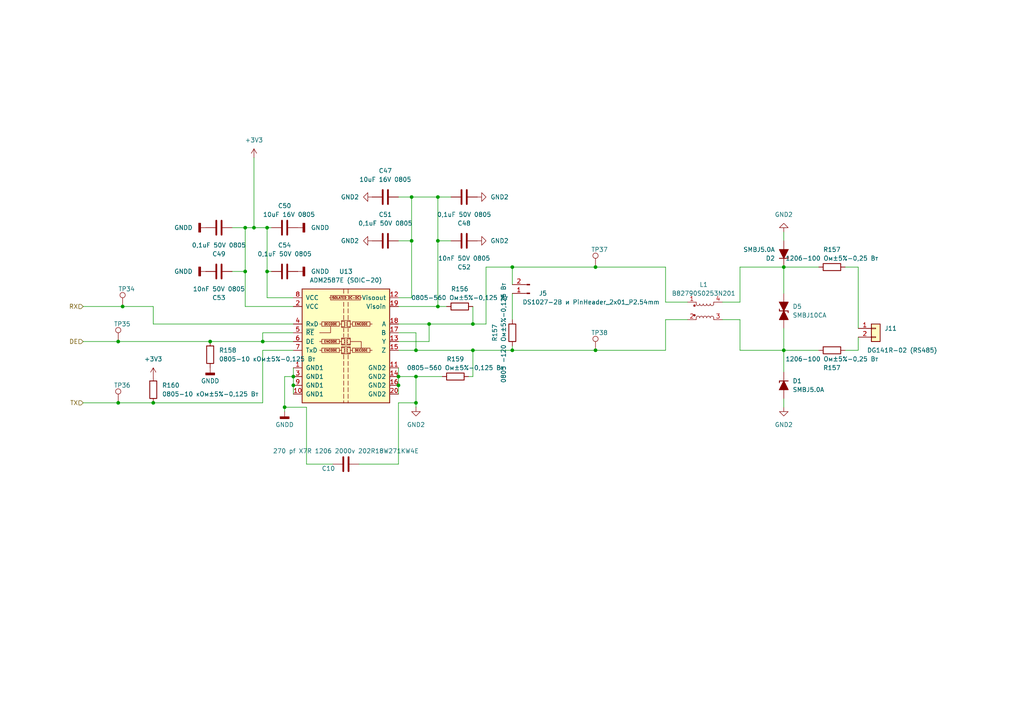
<source format=kicad_sch>
(kicad_sch (version 20231120) (generator "eeschema") (generator_version "8.0")
  (paper "A4")
  (lib_symbols
    (symbol "Connector:Conn_01x02_Pin" (pin_names (offset 1.016) hide)
      (property "Reference" "J" (at 0 2.54 0))
      (property "Value" "Conn_01x02_Pin" (at 0 -5.08 0))
      (symbol "Conn_01x02_Pin_1_1"
        (polyline (pts (xy 1.27 -2.54) (xy 0.8636 -2.54)) (stroke (width 0.1524)))
        (polyline (pts (xy 1.27 0) (xy 0.8636 0)) (stroke (width 0.1524)))
        (rectangle (start 0.8636 -2.413) (end 0 -2.667) (stroke (width 0.1524)) (fill (type outline)))
        (rectangle (start 0.8636 0.127) (end 0 -0.127) (stroke (width 0.1524)) (fill (type outline)))
        (pin passive line (at 5.08 0 180) (length 3.81) (name "Pin_1") (number "1"))
        (pin passive line (at 5.08 -2.54 180) (length 3.81) (name "Pin_2") (number "2"))
      )
    )
    (symbol "Connector:TestPoint" (pin_numbers hide) (pin_names (offset 0.762) hide)
      (property "Reference" "TP" (at 0 6.858 0))
      (property "Value" "TestPoint" (at 0 5.08 0))
      (symbol "TestPoint_0_1"
        (circle (center 0 3.302) (radius 0.762))
      )
      (symbol "TestPoint_1_1"
        (pin passive line (at 0 0 90) (length 2.54) (name "1") (number "1"))
      )
    )
    (symbol "Connector_Generic:Conn_01x02" (pin_names (offset 1.016) hide)
      (property "Reference" "J" (at 0 2.54 0))
      (property "Value" "Conn_01x02" (at 0 -5.08 0))
      (symbol "Conn_01x02_1_1"
        (rectangle (start -1.27 -2.413) (end 0 -2.667) (stroke (width 0.1524)))
        (rectangle (start -1.27 0.127) (end 0 -0.127) (stroke (width 0.1524)))
        (rectangle (start -1.27 1.27) (end 1.27 -3.81) (stroke (width 0.254)) (fill (type background)))
        (pin passive line (at -5.08 0 0) (length 3.81) (name "Pin_1") (number "1"))
        (pin passive line (at -5.08 -2.54 0) (length 3.81) (name "Pin_2") (number "2"))
      )
    )
    (symbol "Device:C" (pin_numbers hide) (pin_names (offset 0.254))
      (property "Reference" "C" (at 0.635 2.54 0))
      (property "Value" "C" (at 0.635 -2.54 0))
      (symbol "C_0_1"
        (polyline (pts (xy -2.032 -0.762) (xy 2.032 -0.762)) (stroke (width 0.508)))
        (polyline (pts (xy -2.032 0.762) (xy 2.032 0.762)) (stroke (width 0.508)))
      )
      (symbol "C_1_1"
        (pin passive line (at 0 3.81 270) (length 2.794) (name "~") (number "1"))
        (pin passive line (at 0 -3.81 90) (length 2.794) (name "~") (number "2"))
      )
    )
    (symbol "Device:L_Coupled_1423" (pin_names (offset 0.254) hide)
      (property "Reference" "L" (at 0 4.445 0))
      (property "Value" "L_Coupled_1423" (at 0 -4.445 0))
      (symbol "L_Coupled_1423_0_1"
        (circle (center -3.048 -1.27) (radius 0.254) (fill (type outline)))
        (circle (center -3.048 1.524) (radius 0.254) (fill (type outline)))
        (arc (start -2.54 2.032) (mid -2.032 1.5262) (end -1.524 2.032))
        (arc (start -1.524 -2.032) (mid -2.032 -1.5262) (end -2.54 -2.032))
        (arc (start -1.524 2.032) (mid -1.016 1.5262) (end -0.508 2.032))
        (arc (start -0.508 -2.032) (mid -1.016 -1.5262) (end -1.524 -2.032))
        (arc (start -0.508 2.032) (mid 0 1.5262) (end 0.508 2.032))
        (polyline (pts (xy -2.54 -2.032) (xy -2.54 -2.54)))
        (polyline (pts (xy -2.54 2.032) (xy -2.54 2.54)))
        (polyline (pts (xy 2.54 -2.032) (xy 2.54 -2.54)))
        (polyline (pts (xy 2.54 2.54) (xy 2.54 2.032)))
        (arc (start 0.508 -2.032) (mid 0 -1.5262) (end -0.508 -2.032))
        (arc (start 0.508 2.032) (mid 1.016 1.5262) (end 1.524 2.032))
        (arc (start 1.524 -2.032) (mid 1.016 -1.5262) (end 0.508 -2.032))
        (arc (start 1.524 2.032) (mid 2.032 1.5262) (end 2.54 2.032))
        (arc (start 2.54 -2.032) (mid 2.032 -1.5262) (end 1.524 -2.032))
      )
      (symbol "L_Coupled_1423_1_1"
        (pin passive line (at -5.08 2.54 0) (length 2.54) (name "1") (number "1"))
        (pin passive line (at -5.08 -2.54 0) (length 2.54) (name "2") (number "2"))
        (pin passive line (at 5.08 -2.54 180) (length 2.54) (name "3") (number "3"))
        (pin passive line (at 5.08 2.54 180) (length 2.54) (name "4") (number "4"))
      )
    )
    (symbol "Device:R" (pin_numbers hide) (pin_names (offset 0))
      (property "Reference" "R" (at 2.032 0 90))
      (property "Value" "R" (at 0 0 90))
      (symbol "R_0_1"
        (rectangle (start -1.016 -2.54) (end 1.016 2.54) (stroke (width 0.254)))
      )
      (symbol "R_1_1"
        (pin passive line (at 0 3.81 270) (length 1.27) (name "~") (number "1"))
        (pin passive line (at 0 -3.81 90) (length 1.27) (name "~") (number "2"))
      )
    )
    (symbol "Interface_UART:ADM2587E" (pin_names (offset 1.016))
      (property "Reference" "U" (at 0 21.59 0))
      (property "Value" "ADM2587E" (at 0 19.05 0))
      (symbol "ADM2587E_0_0"
        (rectangle (start -1.905 0.635) (end -6.985 -0.635))
        (rectangle (start -1.27 1.016) (end 1.27 -1.016))
        (rectangle (start -1.27 3.556) (end 1.27 1.524))
        (rectangle (start -1.27 8.636) (end 1.27 6.604))
        (arc (start -0.508 -0.762) (mid -0.2551 -0.508) (end -0.508 -0.254))
        (arc (start -0.508 -0.254) (mid -0.2551 0) (end -0.508 0.254))
        (arc (start -0.508 0.254) (mid -0.2551 0.508) (end -0.508 0.762))
        (arc (start -0.508 1.778) (mid -0.2551 2.032) (end -0.508 2.286))
        (arc (start -0.508 2.286) (mid -0.2551 2.54) (end -0.508 2.794))
        (arc (start -0.508 2.794) (mid -0.2551 3.048) (end -0.508 3.302))
        (arc (start -0.508 6.858) (mid -0.2551 7.112) (end -0.508 7.366))
        (arc (start -0.508 7.366) (mid -0.2551 7.62) (end -0.508 7.874))
        (arc (start -0.508 7.874) (mid -0.2551 8.128) (end -0.508 8.382))
        (polyline (pts (xy -6.985 0) (xy -7.62 0)))
        (polyline (pts (xy -6.985 2.54) (xy -7.62 2.54)))
        (polyline (pts (xy -6.985 7.62) (xy -7.62 7.62)))
        (polyline (pts (xy -4.445 14.605) (xy 4.191 14.605)))
        (polyline (pts (xy -4.445 15.24) (xy -4.826 15.24)))
        (polyline (pts (xy -4.445 15.875) (xy -4.445 14.605)))
        (polyline (pts (xy -1.905 0) (xy -1.27 0)))
        (polyline (pts (xy -1.905 2.54) (xy -1.27 2.54)))
        (polyline (pts (xy -1.905 7.62) (xy -1.27 7.62)))
        (polyline (pts (xy -1.27 -0.762) (xy -0.508 -0.762)))
        (polyline (pts (xy -1.27 0.762) (xy -0.508 0.762)))
        (polyline (pts (xy -1.27 1.778) (xy -0.508 1.778)))
        (polyline (pts (xy -1.27 3.302) (xy -0.508 3.302)))
        (polyline (pts (xy -1.27 6.858) (xy -0.508 6.858)))
        (polyline (pts (xy -1.27 8.382) (xy -0.508 8.382)))
        (polyline (pts (xy -0.635 -14.605) (xy -0.635 -15.24)))
        (polyline (pts (xy -0.635 -12.7) (xy -0.635 -13.97)))
        (polyline (pts (xy -0.635 -10.795) (xy -0.635 -12.065)))
        (polyline (pts (xy -0.635 -8.89) (xy -0.635 -10.16)))
        (polyline (pts (xy -0.635 -6.985) (xy -0.635 -8.255)))
        (polyline (pts (xy -0.635 -5.08) (xy -0.635 -6.35)))
        (polyline (pts (xy -0.635 -3.175) (xy -0.635 -4.445)))
        (polyline (pts (xy -0.635 -1.27) (xy -0.635 -2.54)))
        (polyline (pts (xy -0.635 4.826) (xy -0.635 3.81)))
        (polyline (pts (xy -0.635 6.35) (xy -0.635 5.334)))
        (polyline (pts (xy -0.635 8.89) (xy -0.635 10.16)))
        (polyline (pts (xy -0.635 10.795) (xy -0.635 12.065)))
        (polyline (pts (xy -0.635 12.7) (xy -0.635 13.97)))
        (polyline (pts (xy -0.635 17.78) (xy -0.635 16.51)))
        (polyline (pts (xy 0.635 -14.605) (xy 0.635 -15.24)))
        (polyline (pts (xy 0.635 -12.7) (xy 0.635 -13.97)))
        (polyline (pts (xy 0.635 -10.795) (xy 0.635 -12.065)))
        (polyline (pts (xy 0.635 -8.89) (xy 0.635 -10.16)))
        (polyline (pts (xy 0.635 -6.985) (xy 0.635 -8.255)))
        (polyline (pts (xy 0.635 -5.08) (xy 0.635 -6.35)))
        (polyline (pts (xy 0.635 -3.175) (xy 0.635 -4.445)))
        (polyline (pts (xy 0.635 -1.27) (xy 0.635 -2.54)))
        (polyline (pts (xy 0.635 3.81) (xy 0.635 4.826)))
        (polyline (pts (xy 0.635 6.35) (xy 0.635 5.334)))
        (polyline (pts (xy 0.635 8.89) (xy 0.635 10.16)))
        (polyline (pts (xy 0.635 12.065) (xy 0.635 10.795)))
        (polyline (pts (xy 0.635 13.97) (xy 0.635 12.7)))
        (polyline (pts (xy 0.635 17.78) (xy 0.635 16.51)))
        (polyline (pts (xy 1.27 -0.762) (xy 0.508 -0.762)))
        (polyline (pts (xy 1.27 0.762) (xy 0.508 0.762)))
        (polyline (pts (xy 1.27 1.778) (xy 0.508 1.778)))
        (polyline (pts (xy 1.27 3.302) (xy 0.508 3.302)))
        (polyline (pts (xy 1.27 6.858) (xy 0.508 6.858)))
        (polyline (pts (xy 1.27 8.382) (xy 0.508 8.382)))
        (polyline (pts (xy 1.905 0) (xy 1.27 0)))
        (polyline (pts (xy 1.905 7.62) (xy 1.27 7.62)))
        (polyline (pts (xy 4.191 15.24) (xy 4.572 15.24)))
        (polyline (pts (xy 4.191 15.875) (xy -4.445 15.875)))
        (polyline (pts (xy 4.191 15.875) (xy 4.191 14.605)))
        (polyline (pts (xy 6.985 0) (xy 7.62 0)))
        (polyline (pts (xy 6.985 7.62) (xy 7.62 7.62)))
        (arc (start 0.508 -0.254) (mid 0.2551 -0.508) (end 0.508 -0.762))
        (arc (start 0.508 0.254) (mid 0.2551 0) (end 0.508 -0.254))
        (arc (start 0.508 0.762) (mid 0.2551 0.508) (end 0.508 0.254))
        (arc (start 0.508 2.286) (mid 0.2551 2.032) (end 0.508 1.778))
        (arc (start 0.508 2.794) (mid 0.2551 2.54) (end 0.508 2.286))
        (arc (start 0.508 3.302) (mid 0.2551 3.048) (end 0.508 2.794))
        (arc (start 0.508 7.366) (mid 0.2551 7.112) (end 0.508 6.858))
        (arc (start 0.508 7.874) (mid 0.2551 7.62) (end 0.508 7.366))
        (arc (start 0.508 8.382) (mid 0.2551 8.128) (end 0.508 7.874))
        (rectangle (start 1.905 0.635) (end 6.985 -0.635))
        (rectangle (start 1.905 8.255) (end 6.985 6.985))
        (text "DECODE" (at -4.445 7.62 0) (effects (font (size 0.635 0.635))))
        (text "DECODE" (at 4.445 0 0) (effects (font (size 0.635 0.635))))
        (text "ENCODE" (at -4.445 0 0) (effects (font (size 0.635 0.635))))
        (text "ENCODE" (at -4.445 2.54 0) (effects (font (size 0.635 0.635))))
        (text "ENCODE" (at 4.445 7.62 0) (effects (font (size 0.635 0.635))))
        (text "ISOLATED DC-DC" (at -0.127 15.24 0) (effects (font (size 0.635 0.635))))
      )
      (symbol "ADM2587E_0_1"
        (rectangle (start -12.7 17.78) (end 12.7 -15.24) (stroke (width 0.254)) (fill (type background)))
        (rectangle (start -1.905 3.175) (end -6.985 1.905))
        (rectangle (start -1.905 8.255) (end -6.985 6.985))
        (polyline (pts (xy -7.62 5.08) (xy -4.445 5.08) (xy -4.445 6.985)))
        (polyline (pts (xy 1.27 2.54) (xy 4.445 2.54) (xy 4.445 0.635)))
      )
      (symbol "ADM2587E_1_1"
        (pin power_in line (at -15.24 -5.08 0) (length 2.54) (name "GND1") (number "1"))
        (pin power_in line (at -15.24 -12.7 0) (length 2.54) (name "GND1") (number "10"))
        (pin power_in line (at 15.24 -5.08 180) (length 2.54) (name "GND2") (number "11"))
        (pin power_out line (at 15.24 15.24 180) (length 2.54) (name "Visoout") (number "12"))
        (pin output line (at 15.24 2.54 180) (length 2.54) (name "Y") (number "13"))
        (pin power_in line (at 15.24 -7.62 180) (length 2.54) (name "GND2") (number "14"))
        (pin output line (at 15.24 0 180) (length 2.54) (name "Z") (number "15"))
        (pin power_in line (at 15.24 -10.16 180) (length 2.54) (name "GND2") (number "16"))
        (pin input line (at 15.24 5.08 180) (length 2.54) (name "B") (number "17"))
        (pin input line (at 15.24 7.62 180) (length 2.54) (name "A") (number "18"))
        (pin power_in line (at 15.24 12.7 180) (length 2.54) (name "Visoin") (number "19"))
        (pin power_in line (at -15.24 12.7 0) (length 2.54) (name "VCC") (number "2"))
        (pin power_in line (at 15.24 -12.7 180) (length 2.54) (name "GND2") (number "20"))
        (pin power_in line (at -15.24 -7.62 0) (length 2.54) (name "GND1") (number "3"))
        (pin output line (at -15.24 7.62 0) (length 2.54) (name "RxD") (number "4"))
        (pin input line (at -15.24 5.08 0) (length 2.54) (name "~{RE}") (number "5"))
        (pin input line (at -15.24 2.54 0) (length 2.54) (name "DE") (number "6"))
        (pin input line (at -15.24 0 0) (length 2.54) (name "TxD") (number "7"))
        (pin power_in line (at -15.24 15.24 0) (length 2.54) (name "VCC") (number "8"))
        (pin power_in line (at -15.24 -10.16 0) (length 2.54) (name "GND1") (number "9"))
      )
    )
    (symbol "PCM_4ms_Power-symbol:+3.3V" (power) (pin_numbers hide) (pin_names (offset 0) hide)
      (property "Value" "+3.3V" (at 0 3.556 0))
      (symbol "+3.3V_0_1"
        (polyline (pts (xy -0.762 1.27) (xy 0 2.54)))
        (polyline (pts (xy 0 0) (xy 0 2.54)))
        (polyline (pts (xy 0 2.54) (xy 0.762 1.27)))
      )
      (symbol "+3.3V_1_1"
        (pin power_in line (at 0 0 90) (length 0) hide (name "+3V3") (number "1"))
      )
    )
    (symbol "PCM_4ms_Power-symbol:GND2" (power) (pin_numbers hide) (pin_names (offset 0) hide)
      (property "Value" "GND2" (at 0 -3.81 0))
      (symbol "GND2_0_1"
        (polyline (pts (xy 0 0) (xy 0 -1.27) (xy 1.27 -1.27) (xy 0 -2.54) (xy -1.27 -1.27) (xy 0 -1.27)))
      )
      (symbol "GND2_1_1"
        (pin power_in line (at 0 0 270) (length 0) hide (name "GND2") (number "1"))
      )
    )
    (symbol "PCM_Diode_TVS_AKL:SMBJ10CA" (pin_numbers hide) (pin_names (offset 1.016) hide)
      (property "Reference" "D" (at 0 5.08 0))
      (property "Value" "SMBJ10CA" (at 0 2.54 0))
      (symbol "SMBJ10CA_0_1"
        (polyline (pts (xy 0 -1.27) (xy -0.508 -1.27)) (stroke (width 0.254)))
        (polyline (pts (xy 0 1.27) (xy 0 -1.27)) (stroke (width 0.254)))
        (polyline (pts (xy 0 1.27) (xy 0.508 1.27)) (stroke (width 0.254)))
        (polyline (pts (xy 1.27 0) (xy -1.27 0)))
        (polyline (pts (xy 0 0) (xy -2.54 1.27) (xy -2.54 -1.27) (xy 0 0)) (stroke (width 0.254)) (fill (type outline)))
        (polyline (pts (xy 2.54 1.27) (xy 2.54 -1.27) (xy 0 0) (xy 2.54 1.27)) (stroke (width 0.254)) (fill (type outline)))
      )
      (symbol "SMBJ10CA_1_1"
        (pin passive line (at -5.08 0 0) (length 2.54) (name "K") (number "1"))
        (pin passive line (at 5.08 0 180) (length 2.54) (name "A") (number "2"))
      )
    )
    (symbol "PCM_Diode_TVS_AKL:SMBJ5.0A" (pin_numbers hide) (pin_names (offset 1.016) hide)
      (property "Reference" "D" (at 0 5.08 0))
      (property "Value" "SMBJ5.0A" (at 0 2.54 0))
      (symbol "SMBJ5.0A_0_1"
        (polyline (pts (xy -1.27 0) (xy 1.27 0)))
        (polyline (pts (xy 1.27 -1.27) (xy 1.27 1.27)) (stroke (width 0.254)))
        (polyline (pts (xy 1.27 1.27) (xy 0.762 1.27)) (stroke (width 0.254)))
        (polyline (pts (xy -1.27 1.27) (xy -1.27 -1.27) (xy 1.27 0) (xy -1.27 1.27)) (stroke (width 0.254)) (fill (type outline)))
      )
      (symbol "SMBJ5.0A_1_1"
        (pin passive line (at 3.81 0 180) (length 2.54) (name "K") (number "1"))
        (pin passive line (at -3.81 0 0) (length 2.54) (name "A") (number "2"))
      )
    )
    (symbol "power:GNDD" (power) (pin_numbers hide) (pin_names (offset 0) hide)
      (property "Value" "GNDD" (at 0 -3.175 0))
      (symbol "GNDD_0_1"
        (rectangle (start -1.27 -1.524) (end 1.27 -2.032) (stroke (width 0.254)) (fill (type outline)))
        (polyline (pts (xy 0 0) (xy 0 -1.524)))
      )
      (symbol "GNDD_1_1"
        (pin power_in line (at 0 0 270) (length 0) hide (name "GNDD") (number "1"))
      )
    )
  )
  (junction (at 120.65 116.84))
  (junction (at 76.2 99.06))
  (junction (at 35.56 88.9))
  (junction (at 115.57 111.76))
  (junction (at 119.38 69.85))
  (junction (at 127 88.9))
  (junction (at 137.16 101.6))
  (junction (at 60.96 99.06))
  (junction (at 127 69.85))
  (junction (at 34.29 116.84))
  (junction (at 77.47 66.04))
  (junction (at 71.12 66.04))
  (junction (at 148.59 77.47))
  (junction (at 71.12 78.74))
  (junction (at 73.66 66.04))
  (junction (at 119.38 57.15))
  (junction (at 120.65 101.6))
  (junction (at 120.65 109.22))
  (junction (at 227.33 101.6))
  (junction (at 82.55 118.11))
  (junction (at 172.72 101.6))
  (junction (at 85.09 111.76))
  (junction (at 115.57 109.22))
  (junction (at 124.46 93.98))
  (junction (at 137.16 93.98))
  (junction (at 172.72 77.47))
  (junction (at 44.45 116.84))
  (junction (at 127 57.15))
  (junction (at 227.33 77.47))
  (junction (at 34.29 99.06))
  (junction (at 77.47 78.74))
  (junction (at 148.59 101.6))
  (junction (at 85.09 109.22))
  (wire (pts (xy 209.55 92.71) (xy 214.63 92.71)))
  (wire (pts (xy 34.29 99.06) (xy 60.96 99.06)))
  (wire (pts (xy 82.55 109.22) (xy 85.09 109.22)))
  (wire (pts (xy 77.47 78.74) (xy 77.47 86.36)))
  (wire (pts (xy 120.65 109.22) (xy 128.27 109.22)))
  (wire (pts (xy 148.59 77.47) (xy 172.72 77.47)))
  (wire (pts (xy 227.33 115.57) (xy 227.33 118.11)))
  (wire (pts (xy 148.59 77.47) (xy 148.59 82.55)))
  (wire (pts (xy 88.9 134.62) (xy 88.9 118.11)))
  (wire (pts (xy 115.57 93.98) (xy 124.46 93.98)))
  (wire (pts (xy 67.31 78.74) (xy 71.12 78.74)))
  (wire (pts (xy 85.09 96.52) (xy 76.2 96.52)))
  (wire (pts (xy 115.57 111.76) (xy 115.57 114.3)))
  (wire (pts (xy 82.55 119.38) (xy 82.55 118.11)))
  (wire (pts (xy 245.11 77.47) (xy 248.92 77.47)))
  (wire (pts (xy 127 69.85) (xy 127 88.9)))
  (wire (pts (xy 85.09 101.6) (xy 76.2 101.6)))
  (wire (pts (xy 245.11 101.6) (xy 248.92 101.6)))
  (wire (pts (xy 115.57 109.22) (xy 120.65 109.22)))
  (wire (pts (xy 44.45 93.98) (xy 44.45 88.9)))
  (wire (pts (xy 104.14 134.62) (xy 115.57 134.62)))
  (wire (pts (xy 73.66 66.04) (xy 77.47 66.04)))
  (wire (pts (xy 78.74 66.04) (xy 77.47 66.04)))
  (wire (pts (xy 115.57 57.15) (xy 119.38 57.15)))
  (wire (pts (xy 209.55 87.63) (xy 214.63 87.63)))
  (wire (pts (xy 137.16 88.9) (xy 137.16 93.98)))
  (wire (pts (xy 148.59 101.6) (xy 172.72 101.6)))
  (wire (pts (xy 115.57 101.6) (xy 120.65 101.6)))
  (wire (pts (xy 120.65 116.84) (xy 120.65 118.11)))
  (wire (pts (xy 130.81 57.15) (xy 127 57.15)))
  (wire (pts (xy 78.74 78.74) (xy 77.47 78.74)))
  (wire (pts (xy 137.16 101.6) (xy 148.59 101.6)))
  (wire (pts (xy 76.2 116.84) (xy 44.45 116.84)))
  (wire (pts (xy 140.97 77.47) (xy 148.59 77.47)))
  (wire (pts (xy 115.57 99.06) (xy 124.46 99.06)))
  (wire (pts (xy 44.45 88.9) (xy 35.56 88.9)))
  (wire (pts (xy 60.96 99.06) (xy 76.2 99.06)))
  (wire (pts (xy 71.12 66.04) (xy 73.66 66.04)))
  (wire (pts (xy 85.09 106.68) (xy 85.09 109.22)))
  (wire (pts (xy 120.65 96.52) (xy 120.65 101.6)))
  (wire (pts (xy 130.81 69.85) (xy 127 69.85)))
  (wire (pts (xy 148.59 100.33) (xy 148.59 101.6)))
  (wire (pts (xy 140.97 77.47) (xy 140.97 93.98)))
  (wire (pts (xy 76.2 96.52) (xy 76.2 99.06)))
  (wire (pts (xy 227.33 77.47) (xy 237.49 77.47)))
  (wire (pts (xy 82.55 118.11) (xy 82.55 109.22)))
  (wire (pts (xy 88.9 118.11) (xy 82.55 118.11)))
  (wire (pts (xy 115.57 88.9) (xy 127 88.9)))
  (wire (pts (xy 199.39 87.63) (xy 193.04 87.63)))
  (wire (pts (xy 85.09 88.9) (xy 71.12 88.9)))
  (wire (pts (xy 71.12 78.74) (xy 71.12 66.04)))
  (wire (pts (xy 148.59 85.09) (xy 148.59 92.71)))
  (wire (pts (xy 115.57 106.68) (xy 115.57 109.22)))
  (wire (pts (xy 227.33 69.85) (xy 227.33 67.31)))
  (wire (pts (xy 137.16 109.22) (xy 137.16 101.6)))
  (wire (pts (xy 77.47 66.04) (xy 77.47 78.74)))
  (wire (pts (xy 119.38 86.36) (xy 119.38 69.85)))
  (wire (pts (xy 193.04 92.71) (xy 193.04 101.6)))
  (wire (pts (xy 227.33 77.47) (xy 227.33 85.09)))
  (wire (pts (xy 135.89 109.22) (xy 137.16 109.22)))
  (wire (pts (xy 115.57 86.36) (xy 119.38 86.36)))
  (wire (pts (xy 96.52 134.62) (xy 88.9 134.62)))
  (wire (pts (xy 120.65 109.22) (xy 120.65 116.84)))
  (wire (pts (xy 76.2 99.06) (xy 85.09 99.06)))
  (wire (pts (xy 115.57 116.84) (xy 120.65 116.84)))
  (wire (pts (xy 71.12 78.74) (xy 71.12 88.9)))
  (wire (pts (xy 214.63 87.63) (xy 214.63 77.47)))
  (wire (pts (xy 73.66 45.72) (xy 73.66 66.04)))
  (wire (pts (xy 172.72 101.6) (xy 193.04 101.6)))
  (wire (pts (xy 35.56 88.9) (xy 24.13 88.9)))
  (wire (pts (xy 137.16 93.98) (xy 140.97 93.98)))
  (wire (pts (xy 85.09 111.76) (xy 85.09 114.3)))
  (wire (pts (xy 120.65 101.6) (xy 137.16 101.6)))
  (wire (pts (xy 115.57 109.22) (xy 115.57 111.76)))
  (wire (pts (xy 67.31 66.04) (xy 71.12 66.04)))
  (wire (pts (xy 115.57 69.85) (xy 119.38 69.85)))
  (wire (pts (xy 248.92 97.79) (xy 248.92 101.6)))
  (wire (pts (xy 24.13 99.06) (xy 34.29 99.06)))
  (wire (pts (xy 34.29 116.84) (xy 44.45 116.84)))
  (wire (pts (xy 127 88.9) (xy 129.54 88.9)))
  (wire (pts (xy 172.72 77.47) (xy 193.04 77.47)))
  (wire (pts (xy 115.57 134.62) (xy 115.57 116.84)))
  (wire (pts (xy 119.38 57.15) (xy 119.38 69.85)))
  (wire (pts (xy 115.57 96.52) (xy 120.65 96.52)))
  (wire (pts (xy 85.09 93.98) (xy 44.45 93.98)))
  (wire (pts (xy 119.38 57.15) (xy 127 57.15)))
  (wire (pts (xy 124.46 93.98) (xy 137.16 93.98)))
  (wire (pts (xy 124.46 99.06) (xy 124.46 93.98)))
  (wire (pts (xy 127 69.85) (xy 127 57.15)))
  (wire (pts (xy 227.33 95.25) (xy 227.33 101.6)))
  (wire (pts (xy 248.92 77.47) (xy 248.92 95.25)))
  (wire (pts (xy 193.04 87.63) (xy 193.04 77.47)))
  (wire (pts (xy 227.33 101.6) (xy 227.33 107.95)))
  (wire (pts (xy 227.33 101.6) (xy 237.49 101.6)))
  (wire (pts (xy 199.39 92.71) (xy 193.04 92.71)))
  (wire (pts (xy 77.47 86.36) (xy 85.09 86.36)))
  (wire (pts (xy 76.2 101.6) (xy 76.2 116.84)))
  (wire (pts (xy 85.09 109.22) (xy 85.09 111.76)))
  (wire (pts (xy 214.63 92.71) (xy 214.63 101.6)))
  (wire (pts (xy 214.63 101.6) (xy 227.33 101.6)))
  (wire (pts (xy 214.63 77.47) (xy 227.33 77.47)))
  (wire (pts (xy 24.13 116.84) (xy 34.29 116.84)))
  (hierarchical_label "DE" (shape input) (at 24.13 99.06 180))
  (hierarchical_label "RX" (shape input) (at 24.13 88.9 180))
  (hierarchical_label "TX" (shape input) (at 24.13 116.84 180))
  (symbol (lib_id "power:GNDD") (at 60.96 106.68 0) (unit 1)
    (property "Reference" "#PWR0127" (effects (hide yes)))
    (property "Value" "GNDD" (at 60.96 110.49 0))
    (instances (project "ПА и коммутации" (path "" (reference "#PWR0127") (unit 1))) (project "Плата основного контроллера" (path "" (reference "#PWR039") (unit 1))) (project "Плата внешних шаговых двигателей" (path "" (reference "#PWR014") (unit 1))) (project "ИБП" (path "" (reference "#PWR0188") (unit 1)) (path "" (reference "#PWR0189") (unit 1)) (path "" (reference "#PWR0218") (unit 1))) (project "CommonControl" (path "" (reference "#PWR014") (unit 1)) (path "" (reference "#PWR0127") (unit 1))))
  )
  (symbol (lib_id "Device:C") (at 82.55 78.74 90) (unit 1)
    (property "Reference" "C54" (at 82.55 71.12 90))
    (property "Value" "0,1uF 50V 0805" (at 82.55 73.66 90))
    (property "Footprint" "Capacitor_SMD:C_0805_2012Metric_Pad1.18x1.45mm_HandSolder" (effects (hide yes)))
    (instances (project "ПА и коммутации" (path "" (reference "C54") (unit 1))) (project "Плата основного контроллера" (path "" (reference "C22") (unit 1))) (project "ИБП" (path "" (reference "C140") (unit 1))) (project "CommonControl" (path "" (reference "C54") (unit 1))))
  )
  (symbol (lib_id "power:GNDD") (at 86.36 78.74 90) (unit 1)
    (property "Reference" "#PWR0126" (effects (hide yes)))
    (property "Value" "GNDD" (at 90.17 78.74 90) (effects (justify right)))
    (instances (project "ПА и коммутации" (path "" (reference "#PWR0126") (unit 1))) (project "Плата основного контроллера" (path "" (reference "#PWR038") (unit 1))) (project "Плата внешних шаговых двигателей" (path "" (reference "#PWR014") (unit 1))) (project "ИБП" (path "" (reference "#PWR0188") (unit 1)) (path "" (reference "#PWR0189") (unit 1)) (path "" (reference "#PWR0217") (unit 1))) (project "CommonControl" (path "" (reference "#PWR014") (unit 1)) (path "" (reference "#PWR0126") (unit 1))))
  )
  (symbol (lib_id "PCM_4ms_Power-symbol:+3.3V") (at 44.45 109.22 0) (unit 1)
    (property "Reference" "#PWR011" (effects (hide yes)))
    (property "Value" "+3V3" (at 44.45 104.14 0))
  )
  (symbol (lib_id "power:GNDD") (at 59.69 66.04 270) (mirror x) (unit 1)
    (property "Reference" "#PWR0121" (effects (hide yes)))
    (property "Value" "GNDD" (at 55.88 66.04 90) (effects (justify right)))
    (instances (project "ПА и коммутации" (path "" (reference "#PWR0121") (unit 1))) (project "Плата основного контроллера" (path "" (reference "#PWR023") (unit 1))) (project "Плата внешних шаговых двигателей" (path "" (reference "#PWR014") (unit 1))) (project "ИБП" (path "" (reference "#PWR0188") (unit 1)) (path "" (reference "#PWR0189") (unit 1)) (path "" (reference "#PWR0212") (unit 1))) (project "CommonControl" (path "" (reference "#PWR014") (unit 1)) (path "" (reference "#PWR0121") (unit 1))))
  )
  (symbol (lib_id "Interface_UART:ADM2587E") (at 100.33 101.6 0) (unit 1)
    (property "Reference" "U13" (at 100.33 78.74 0))
    (property "Value" "ADM2587E (SOIC-20)" (at 100.33 81.28 0))
    (property "Footprint" "Package_SO:SOIC-20W_7.5x12.8mm_P1.27mm" (effects (hide yes)))
    (property "Datasheet" "www.analog.com/media/en/technical-documentation/data-sheets/ADM2582E_2587E.pdf" (effects (hide yes)))
    (instances (project "ПА и коммутации" (path "" (reference "U13") (unit 1))) (project "Плата основного контроллера" (path "" (reference "U6") (unit 1))) (project "ИБП" (path "" (reference "U35") (unit 1))) (project "CommonControl" (path "" (reference "U13") (unit 1))))
  )
  (symbol (lib_id "PCM_4ms_Power-symbol:GND2") (at 227.33 118.11 0) (unit 1)
    (property "Reference" "#PWR045" (effects (hide yes)))
    (property "Value" "GND2" (at 227.33 123.19 0))
  )
  (symbol (lib_id "Device:R") (at 241.3 77.47 90) (unit 1)
    (property "Reference" "R157" (at 241.3 72.39 90))
    (property "Value" "1206-100 Ом±5%-0,25 Вт" (at 241.3 74.93 90))
    (property "Footprint" "PCM_4ms_Resistor:R_1206_3216Metric" (effects (hide yes)))
    (instances (project "ПА и коммутации" (path "" (reference "R157") (unit 1))) (project "Плата основного контроллера" (path "" (reference "R17") (unit 1))) (project "Плата дискретных входов" (path "" (reference "R3") (unit 1))) (project "ИБП" (path "" (reference "R346") (unit 1))) (project "CommonControl" (path "" (reference "R157") (unit 1))))
  )
  (symbol (lib_id "PCM_4ms_Power-symbol:+3.3V") (at 73.66 45.72 0) (unit 1)
    (property "Reference" "#PWR013" (effects (hide yes)))
    (property "Value" "+3V3" (at 73.66 40.64 0))
  )
  (symbol (lib_id "PCM_4ms_Power-symbol:GND2") (at 138.43 57.15 90) (unit 1)
    (property "Reference" "#PWR015" (effects (hide yes)))
    (property "Value" "GND2" (at 142.24 57.15 90) (effects (justify right)))
  )
  (symbol (lib_id "PCM_4ms_Power-symbol:GND2") (at 227.33 67.31 180) (unit 1)
    (property "Reference" "#PWR046" (effects (hide yes)))
    (property "Value" "GND2" (at 227.33 62.23 0))
  )
  (symbol (lib_id "Connector:TestPoint") (at 34.29 99.06 0) (unit 1) (in_bom no)
    (property "Reference" "TP35" (at 33.02 93.98 0) (effects (justify left)))
    (property "Value" "TestPoint" (effects (hide yes)))
    (property "Footprint" "PCM_4ms_TestPoint:TestPoint_D1" (effects (hide yes)))
    (instances (project "Плата основного контроллера" (path "" (reference "TP35") (unit 1))) (project "Плата внешних шаговых двигателей" (path "" (reference "TP22") (unit 1)) (path "" (reference "TP1") (unit 1))))
  )
  (symbol (lib_id "Device:C") (at 134.62 69.85 270) (unit 1)
    (property "Reference" "C52" (at 134.62 77.47 90))
    (property "Value" "10nF 50V 0805" (at 134.62 74.93 90))
    (property "Footprint" "PCM_Resistor_SMD_AKL:R_0805_2012Metric_Pad1.20x1.40mm_HandSolder" (effects (hide yes)))
    (instances (project "ПА и коммутации" (path "" (reference "C52") (unit 1))) (project "Плата основного контроллера" (path "" (reference "C20") (unit 1))) (project "ИБП" (path "" (reference "C138") (unit 1))) (project "CommonControl" (path "" (reference "C52") (unit 1))))
  )
  (symbol (lib_id "power:GNDD") (at 59.69 78.74 270) (mirror x) (unit 1)
    (property "Reference" "#PWR0125" (effects (hide yes)))
    (property "Value" "GNDD" (at 55.88 78.74 90) (effects (justify right)))
    (instances (project "ПА и коммутации" (path "" (reference "#PWR0125") (unit 1))) (project "Плата основного контроллера" (path "" (reference "#PWR037") (unit 1))) (project "Плата внешних шаговых двигателей" (path "" (reference "#PWR014") (unit 1))) (project "ИБП" (path "" (reference "#PWR0188") (unit 1)) (path "" (reference "#PWR0189") (unit 1)) (path "" (reference "#PWR0216") (unit 1))) (project "CommonControl" (path "" (reference "#PWR014") (unit 1)) (path "" (reference "#PWR0125") (unit 1))))
  )
  (symbol (lib_id "power:GNDD") (at 86.36 66.04 90) (unit 1)
    (property "Reference" "#PWR0122" (effects (hide yes)))
    (property "Value" "GNDD" (at 90.17 66.04 90) (effects (justify right)))
    (instances (project "ПА и коммутации" (path "" (reference "#PWR0122") (unit 1))) (project "Плата основного контроллера" (path "" (reference "#PWR024") (unit 1))) (project "Плата внешних шаговых двигателей" (path "" (reference "#PWR014") (unit 1))) (project "ИБП" (path "" (reference "#PWR0188") (unit 1)) (path "" (reference "#PWR0189") (unit 1)) (path "" (reference "#PWR0213") (unit 1))) (project "CommonControl" (path "" (reference "#PWR014") (unit 1)) (path "" (reference "#PWR0122") (unit 1))))
  )
  (symbol (lib_id "PCM_Diode_TVS_AKL:SMBJ5.0A") (at 227.33 111.76 90) (unit 1)
    (property "Reference" "D1" (at 229.87 110.49 90) (effects (justify right)))
    (property "Value" "SMBJ5.0A" (at 229.87 113.03 90) (effects (justify right)))
    (property "Footprint" "PCM_Diode_SMD_AKL:D_SMB" (effects (hide yes)))
    (property "Datasheet" "https://www.tme.eu/Document/0b6222bec7e12d83185b51d73cb6a54d/SMBJ_ser.pdf" (effects (hide yes)))
  )
  (symbol (lib_id "Device:R") (at 148.59 96.52 180) (unit 1)
    (property "Reference" "R157" (at 143.51 96.52 90))
    (property "Value" "0805 -120 Ом±5%-0,125 Вт" (at 146.05 96.52 90))
    (property "Footprint" "PCM_4ms_Resistor:R_0805_2012Metric" (effects (hide yes)))
    (instances (project "ПА и коммутации" (path "" (reference "R157") (unit 1))) (project "Плата основного контроллера" (path "" (reference "R8") (unit 1))) (project "Плата дискретных входов" (path "" (reference "R3") (unit 1))) (project "ИБП" (path "" (reference "R346") (unit 1))) (project "CommonControl" (path "" (reference "R157") (unit 1))))
  )
  (symbol (lib_id "Device:C") (at 82.55 66.04 270) (unit 1)
    (property "Reference" "C50" (at 82.55 59.69 90))
    (property "Value" "10uF 16V 0805" (at 83.82 62.23 90))
    (property "Footprint" "PCM_Capacitor_SMD_AKL:C_0805_2012Metric_Pad1.18x1.45mm_HandSolder" (effects (hide yes)))
    (instances (project "ПА и коммутации" (path "" (reference "C50") (unit 1))) (project "Плата основного контроллера" (path "" (reference "C18") (unit 1))) (project "ИБП" (path "" (reference "C136") (unit 1))) (project "CommonControl" (path "" (reference "C50") (unit 1))))
  )
  (symbol (lib_id "Device:C") (at 134.62 57.15 270) (unit 1)
    (property "Reference" "C48" (at 134.62 64.77 90))
    (property "Value" "0,1uF 50V 0805" (at 134.62 62.23 90))
    (property "Footprint" "Capacitor_SMD:C_0805_2012Metric_Pad1.18x1.45mm_HandSolder" (effects (hide yes)))
    (instances (project "ПА и коммутации" (path "" (reference "C48") (unit 1))) (project "Плата основного контроллера" (path "" (reference "C16") (unit 1))) (project "ИБП" (path "" (reference "C134") (unit 1))) (project "CommonControl" (path "" (reference "C48") (unit 1))))
  )
  (symbol (lib_id "Device:C") (at 111.76 69.85 90) (unit 1)
    (property "Reference" "C51" (at 111.76 62.23 90))
    (property "Value" "0,1uF 50V 0805" (at 111.76 64.77 90))
    (property "Footprint" "Capacitor_SMD:C_0805_2012Metric_Pad1.18x1.45mm_HandSolder" (effects (hide yes)))
    (instances (project "ПА и коммутации" (path "" (reference "C51") (unit 1))) (project "Плата основного контроллера" (path "" (reference "C19") (unit 1))) (project "ИБП" (path "" (reference "C137") (unit 1))) (project "CommonControl" (path "" (reference "C51") (unit 1))))
  )
  (symbol (lib_id "PCM_4ms_Power-symbol:GND2") (at 107.95 57.15 270) (unit 1)
    (property "Reference" "#PWR025" (effects (hide yes)))
    (property "Value" "GND2" (at 104.14 57.15 90) (effects (justify right)))
  )
  (symbol (lib_id "PCM_4ms_Power-symbol:GND2") (at 107.95 69.85 270) (unit 1)
    (property "Reference" "#PWR027" (effects (hide yes)))
    (property "Value" "GND2" (at 104.14 69.85 90) (effects (justify right)))
  )
  (symbol (lib_id "power:GNDD") (at 82.55 119.38 0) (unit 1)
    (property "Reference" "#PWR0130" (effects (hide yes)))
    (property "Value" "GNDD" (at 82.55 123.19 0))
    (instances (project "ПА и коммутации" (path "" (reference "#PWR0130") (unit 1))) (project "Плата основного контроллера" (path "" (reference "#PWR042") (unit 1))) (project "Плата внешних шаговых двигателей" (path "" (reference "#PWR014") (unit 1))) (project "ИБП" (path "" (reference "#PWR0188") (unit 1)) (path "" (reference "#PWR0189") (unit 1)) (path "" (reference "#PWR0221") (unit 1))) (project "CommonControl" (path "" (reference "#PWR014") (unit 1)) (path "" (reference "#PWR0130") (unit 1))))
  )
  (symbol (lib_id "Device:L_Coupled_1423") (at 204.47 90.17 0) (unit 1)
    (property "Reference" "L1" (at 204.089 82.55 0))
    (property "Value" "B82790S0253N201" (at 204.089 85.09 0))
    (property "Footprint" "Inductor_SMD:L_CommonMode_Delevan_4222" (effects (hide yes)))
  )
  (symbol (lib_id "PCM_4ms_Power-symbol:GND2") (at 120.65 118.11 0) (unit 1)
    (property "Reference" "#PWR043" (effects (hide yes)))
    (property "Value" "GND2" (at 120.65 123.19 0))
  )
  (symbol (lib_id "Device:R") (at 60.96 102.87 0) (unit 1)
    (property "Reference" "R158" (at 63.5 101.6 0) (effects (justify left)))
    (property "Value" "0805-10 кОм±5%-0,125 Вт" (at 63.5 104.14 0) (effects (justify left)))
    (property "Footprint" "PCM_Resistor_SMD_AKL:R_0805_2012Metric_Pad1.20x1.40mm_HandSolder" (effects (hide yes)))
    (instances (project "ПА и коммутации" (path "" (reference "R158") (unit 1))) (project "Плата основного контроллера" (path "" (reference "R9") (unit 1))) (project "ИБП" (path "" (reference "R347") (unit 1))) (project "CommonControl" (path "" (reference "R158") (unit 1))))
  )
  (symbol (lib_id "PCM_Diode_TVS_AKL:SMBJ5.0A") (at 227.33 73.66 270) (unit 1)
    (property "Reference" "D2" (at 224.79 74.93 90) (effects (justify right)))
    (property "Value" "SMBJ5.0A" (at 224.79 72.39 90) (effects (justify right)))
    (property "Footprint" "PCM_Diode_SMD_AKL:D_SMB" (effects (hide yes)))
    (property "Datasheet" "https://www.tme.eu/Document/0b6222bec7e12d83185b51d73cb6a54d/SMBJ_ser.pdf" (effects (hide yes)))
  )
  (symbol (lib_id "Device:C") (at 111.76 57.15 90) (unit 1)
    (property "Reference" "C47" (at 111.76 49.53 90))
    (property "Value" "10uF 16V 0805" (at 111.76 52.07 90))
    (property "Footprint" "PCM_Capacitor_SMD_AKL:C_0805_2012Metric_Pad1.18x1.45mm_HandSolder" (effects (hide yes)))
    (instances (project "ПА и коммутации" (path "" (reference "C47") (unit 1))) (project "Плата основного контроллера" (path "" (reference "C15") (unit 1))) (project "ИБП" (path "" (reference "C133") (unit 1))) (project "CommonControl" (path "" (reference "C47") (unit 1))))
  )
  (symbol (lib_id "Device:R") (at 241.3 101.6 270) (unit 1)
    (property "Reference" "R157" (at 241.3 106.68 90))
    (property "Value" "1206-100 Ом±5%-0,25 Вт" (at 241.3 104.14 90))
    (property "Footprint" "PCM_4ms_Resistor:R_1206_3216Metric" (effects (hide yes)))
    (instances (project "ПА и коммутации" (path "" (reference "R157") (unit 1))) (project "Плата основного контроллера" (path "" (reference "R18") (unit 1))) (project "Плата дискретных входов" (path "" (reference "R3") (unit 1))) (project "ИБП" (path "" (reference "R346") (unit 1))) (project "CommonControl" (path "" (reference "R157") (unit 1))))
  )
  (symbol (lib_id "Device:C") (at 63.5 66.04 90) (mirror x) (unit 1)
    (property "Reference" "C49" (at 63.5 73.66 90))
    (property "Value" "0,1uF 50V 0805" (at 63.5 71.12 90))
    (property "Footprint" "Capacitor_SMD:C_0805_2012Metric_Pad1.18x1.45mm_HandSolder" (effects (hide yes)))
    (instances (project "ПА и коммутации" (path "" (reference "C49") (unit 1))) (project "Плата основного контроллера" (path "" (reference "C17") (unit 1))) (project "ИБП" (path "" (reference "C135") (unit 1))) (project "CommonControl" (path "" (reference "C49") (unit 1))))
  )
  (symbol (lib_id "Connector:TestPoint") (at 34.29 116.84 0) (unit 1) (in_bom no)
    (property "Reference" "TP36" (at 33.02 111.76 0) (effects (justify left)))
    (property "Value" "TestPoint" (effects (hide yes)))
    (property "Footprint" "PCM_4ms_TestPoint:TestPoint_D1" (effects (hide yes)))
    (instances (project "Плата основного контроллера" (path "" (reference "TP36") (unit 1))) (project "Плата внешних шаговых двигателей" (path "" (reference "TP22") (unit 1)) (path "" (reference "TP1") (unit 1))))
  )
  (symbol (lib_id "Connector:TestPoint") (at 172.72 101.6 0) (unit 1) (in_bom no)
    (property "Reference" "TP38" (at 171.45 96.52 0) (effects (justify left)))
    (property "Value" "TestPoint" (effects (hide yes)))
    (property "Footprint" "PCM_4ms_TestPoint:TestPoint_D1" (effects (hide yes)))
    (instances (project "Плата основного контроллера" (path "" (reference "TP38") (unit 1))) (project "Плата внешних шаговых двигателей" (path "" (reference "TP22") (unit 1)) (path "" (reference "TP1") (unit 1))))
  )
  (symbol (lib_id "Device:C") (at 63.5 78.74 90) (mirror x) (unit 1)
    (property "Reference" "C53" (at 63.5 86.36 90))
    (property "Value" "10nF 50V 0805" (at 63.5 83.82 90))
    (property "Footprint" "PCM_Resistor_SMD_AKL:R_0805_2012Metric_Pad1.20x1.40mm_HandSolder" (effects (hide yes)))
    (instances (project "ПА и коммутации" (path "" (reference "C53") (unit 1))) (project "Плата основного контроллера" (path "" (reference "C21") (unit 1))) (project "ИБП" (path "" (reference "C139") (unit 1))) (project "CommonControl" (path "" (reference "C53") (unit 1))))
  )
  (symbol (lib_id "Device:R") (at 132.08 109.22 90) (unit 1)
    (property "Reference" "R159" (at 132.08 104.14 90))
    (property "Value" "0805-560 Ом±5%-0,125 Вт" (at 132.08 106.68 90))
    (property "Footprint" "PCM_4ms_Resistor:R_0805_2012Metric" (effects (hide yes)))
    (instances (project "ПА и коммутации" (path "" (reference "R159") (unit 1))) (project "Плата основного контроллера" (path "" (reference "R10") (unit 1))) (project "Плата дискретных входов" (path "" (reference "R3") (unit 1))) (project "ИБП" (path "" (reference "R348") (unit 1))) (project "CommonControl" (path "" (reference "R159") (unit 1))))
  )
  (symbol (lib_id "Connector:Conn_01x02_Pin") (at 153.67 85.09 180) (unit 1)
    (property "Reference" "J5" (at 157.48 85.09 0))
    (property "Value" "DS1027-2B и PinHeader_2x01_P2.54mm" (at 171.45 87.63 0))
    (property "Footprint" "Connector_PinHeader_2.54mm:PinHeader_1x02_P2.54mm_Vertical" (effects (hide yes)))
    (instances (project "Плата основного контроллера" (path "" (reference "J5") (unit 1))) (project "Плата внешних шаговых двигателей" (path "" (reference "J8") (unit 1))))
  )
  (symbol (lib_id "PCM_Diode_TVS_AKL:SMBJ10CA") (at 227.33 90.17 90) (unit 1)
    (property "Reference" "D5" (at 229.87 88.9 90) (effects (justify right)))
    (property "Value" "SMBJ10CA" (at 229.87 91.44 90) (effects (justify right)))
    (property "Footprint" "PCM_Diode_SMD_AKL:D_SMB" (effects (hide yes)))
    (property "Datasheet" "https://www.tme.eu/Document/0b6222bec7e12d83185b51d73cb6a54d/SMBJ_ser.pdf" (effects (hide yes)))
  )
  (symbol (lib_id "Connector:TestPoint") (at 35.56 88.9 0) (unit 1) (in_bom no)
    (property "Reference" "TP34" (at 34.29 83.82 0) (effects (justify left)))
    (property "Value" "TestPoint" (effects (hide yes)))
    (property "Footprint" "PCM_4ms_TestPoint:TestPoint_D1" (effects (hide yes)))
    (instances (project "Плата основного контроллера" (path "" (reference "TP34") (unit 1))) (project "Плата внешних шаговых двигателей" (path "" (reference "TP22") (unit 1)) (path "" (reference "TP1") (unit 1))))
  )
  (symbol (lib_id "Device:R") (at 133.35 88.9 90) (unit 1)
    (property "Reference" "R156" (at 133.35 83.82 90))
    (property "Value" "0805-560 Ом±5%-0,125 Вт" (at 133.35 86.36 90))
    (property "Footprint" "PCM_4ms_Resistor:R_0805_2012Metric" (effects (hide yes)))
    (instances (project "ПА и коммутации" (path "" (reference "R156") (unit 1))) (project "Плата основного контроллера" (path "" (reference "R4") (unit 1))) (project "Плата дискретных входов" (path "" (reference "R3") (unit 1))) (project "ИБП" (path "" (reference "R345") (unit 1))) (project "CommonControl" (path "" (reference "R156") (unit 1))))
  )
  (symbol (lib_id "Device:C") (at 100.33 134.62 90) (unit 1)
    (property "Reference" "C10" (at 95.25 135.89 90))
    (property "Value" "270 pf X7R 1206 2000v 202R18W271KW4E" (at 100.33 130.81 90))
    (property "Footprint" "PCM_Capacitor_SMD_Handsoldering_AKL:C_1210_3225Metric_Pad1.42x2.65mm" (effects (hide yes)))
    (instances (project "Плата основного контроллера" (path "" (reference "C10") (unit 1))) (project "Плата внешних шаговых двигателей" (path "" (reference "C2") (unit 1))))
  )
  (symbol (lib_id "PCM_4ms_Power-symbol:GND2") (at 138.43 69.85 90) (unit 1)
    (property "Reference" "#PWR022" (effects (hide yes)))
    (property "Value" "GND2" (at 142.24 69.85 90) (effects (justify right)))
  )
  (symbol (lib_id "Device:R") (at 44.45 113.03 0) (unit 1)
    (property "Reference" "R160" (at 46.99 111.76 0) (effects (justify left)))
    (property "Value" "0805-10 кОм±5%-0,125 Вт" (at 46.99 114.3 0) (effects (justify left)))
    (property "Footprint" "PCM_Resistor_SMD_AKL:R_0805_2012Metric_Pad1.20x1.40mm_HandSolder" (effects (hide yes)))
    (instances (project "ПА и коммутации" (path "" (reference "R160") (unit 1))) (project "Плата основного контроллера" (path "" (reference "R11") (unit 1))) (project "ИБП" (path "" (reference "R349") (unit 1))) (project "CommonControl" (path "" (reference "R160") (unit 1))))
  )
  (symbol (lib_id "Connector_Generic:Conn_01x02") (at 254 95.25 0) (unit 1)
    (property "Reference" "J11" (at 256.54 95.25 0) (effects (justify left)))
    (property "Value" "DG141R-02 (RS485)" (at 251.46 101.6 0) (effects (justify left)))
    (property "Footprint" "Connector:DG141R-02" (effects (hide yes)))
    (instances (project "ПА и коммутации" (path "" (reference "J11") (unit 1))) (project "Плата основного контроллера" (path "" (reference "J1") (unit 1))) (project "ИБП" (path "" (reference "J10") (unit 1))) (project "CommonControl" (path "" (reference "J11") (unit 1))))
  )
  (symbol (lib_id "Connector:TestPoint") (at 172.72 77.47 0) (unit 1) (in_bom no)
    (property "Reference" "TP37" (at 171.45 72.39 0) (effects (justify left)))
    (property "Value" "TestPoint" (effects (hide yes)))
    (property "Footprint" "PCM_4ms_TestPoint:TestPoint_D1" (effects (hide yes)))
    (instances (project "Плата основного контроллера" (path "" (reference "TP37") (unit 1))) (project "Плата внешних шаговых двигателей" (path "" (reference "TP22") (unit 1)) (path "" (reference "TP1") (unit 1))))
  )
)
</source>
